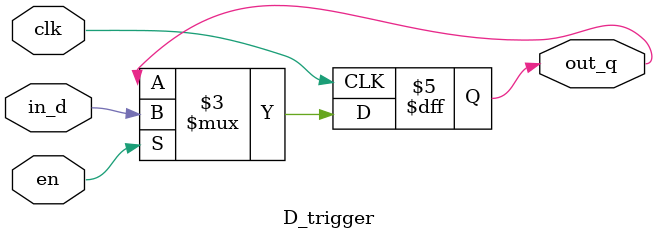
<source format=v>
module D_trigger(clk,in_d,en,out_q);
	input clk;
	input in_d;
	input en;
	output reg out_q;

	always @(posedge clk)
		if(en)
			out_q<=in_d;
		else
			out_q<=out_q;
endmodule
</source>
